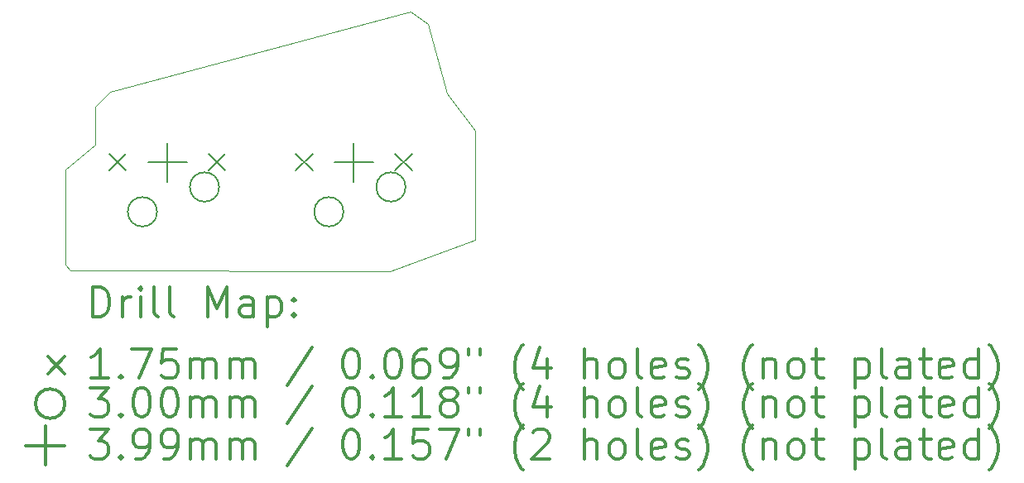
<source format=gbr>
%FSLAX45Y45*%
G04 Gerber Fmt 4.5, Leading zero omitted, Abs format (unit mm)*
G04 Created by KiCad (PCBNEW (5.1.4)-1) date 2023-06-17 18:33:44*
%MOMM*%
%LPD*%
G04 APERTURE LIST*
%ADD10C,0.050000*%
%ADD11C,0.200000*%
%ADD12C,0.300000*%
G04 APERTURE END LIST*
D10*
X12532750Y-35852116D02*
X9262855Y-35847530D01*
X9208529Y-35792053D02*
X9262855Y-35847530D01*
X9514138Y-34562556D02*
X9515320Y-34170437D01*
X9208919Y-34818850D02*
X9514138Y-34562556D01*
X13111744Y-34032786D02*
X12921139Y-33326217D01*
X12921139Y-33326217D02*
X12743842Y-33195619D01*
X13111744Y-34032786D02*
X13400615Y-34416131D01*
X12743842Y-33195619D02*
X9671144Y-34020338D01*
X9208529Y-35792053D02*
X9208919Y-34818850D01*
X13401145Y-35530132D02*
X13400615Y-34416131D01*
X9671144Y-34020338D02*
X9515320Y-34170437D01*
X13401145Y-35530132D02*
X12532750Y-35852116D01*
D11*
X9658105Y-34651506D02*
X9833105Y-34826506D01*
X9833105Y-34651506D02*
X9658105Y-34826506D01*
X10674105Y-34651506D02*
X10849105Y-34826506D01*
X10849105Y-34651506D02*
X10674105Y-34826506D01*
X11564500Y-34651506D02*
X11739500Y-34826506D01*
X11739500Y-34651506D02*
X11564500Y-34826506D01*
X12580500Y-34651506D02*
X12755500Y-34826506D01*
X12755500Y-34651506D02*
X12580500Y-34826506D01*
X10149605Y-35247006D02*
G75*
G03X10149605Y-35247006I-150000J0D01*
G01*
X10784605Y-34993006D02*
G75*
G03X10784605Y-34993006I-150000J0D01*
G01*
X12056000Y-35247006D02*
G75*
G03X12056000Y-35247006I-150000J0D01*
G01*
X12691000Y-34993006D02*
G75*
G03X12691000Y-34993006I-150000J0D01*
G01*
X10253605Y-34539616D02*
X10253605Y-34938396D01*
X10054215Y-34739006D02*
X10452995Y-34739006D01*
X12160000Y-34539616D02*
X12160000Y-34938396D01*
X11960610Y-34739006D02*
X12359390Y-34739006D01*
D12*
X9492457Y-36320330D02*
X9492457Y-36020330D01*
X9563886Y-36020330D01*
X9606743Y-36034616D01*
X9635314Y-36063188D01*
X9649600Y-36091759D01*
X9663886Y-36148902D01*
X9663886Y-36191759D01*
X9649600Y-36248902D01*
X9635314Y-36277473D01*
X9606743Y-36306045D01*
X9563886Y-36320330D01*
X9492457Y-36320330D01*
X9792457Y-36320330D02*
X9792457Y-36120330D01*
X9792457Y-36177473D02*
X9806743Y-36148902D01*
X9821029Y-36134616D01*
X9849600Y-36120330D01*
X9878172Y-36120330D01*
X9978172Y-36320330D02*
X9978172Y-36120330D01*
X9978172Y-36020330D02*
X9963886Y-36034616D01*
X9978172Y-36048902D01*
X9992457Y-36034616D01*
X9978172Y-36020330D01*
X9978172Y-36048902D01*
X10163886Y-36320330D02*
X10135314Y-36306045D01*
X10121029Y-36277473D01*
X10121029Y-36020330D01*
X10321029Y-36320330D02*
X10292457Y-36306045D01*
X10278172Y-36277473D01*
X10278172Y-36020330D01*
X10663886Y-36320330D02*
X10663886Y-36020330D01*
X10763886Y-36234616D01*
X10863886Y-36020330D01*
X10863886Y-36320330D01*
X11135314Y-36320330D02*
X11135314Y-36163188D01*
X11121029Y-36134616D01*
X11092457Y-36120330D01*
X11035314Y-36120330D01*
X11006743Y-36134616D01*
X11135314Y-36306045D02*
X11106743Y-36320330D01*
X11035314Y-36320330D01*
X11006743Y-36306045D01*
X10992457Y-36277473D01*
X10992457Y-36248902D01*
X11006743Y-36220330D01*
X11035314Y-36206045D01*
X11106743Y-36206045D01*
X11135314Y-36191759D01*
X11278171Y-36120330D02*
X11278171Y-36420330D01*
X11278171Y-36134616D02*
X11306743Y-36120330D01*
X11363886Y-36120330D01*
X11392457Y-36134616D01*
X11406743Y-36148902D01*
X11421029Y-36177473D01*
X11421029Y-36263188D01*
X11406743Y-36291759D01*
X11392457Y-36306045D01*
X11363886Y-36320330D01*
X11306743Y-36320330D01*
X11278171Y-36306045D01*
X11549600Y-36291759D02*
X11563886Y-36306045D01*
X11549600Y-36320330D01*
X11535314Y-36306045D01*
X11549600Y-36291759D01*
X11549600Y-36320330D01*
X11549600Y-36134616D02*
X11563886Y-36148902D01*
X11549600Y-36163188D01*
X11535314Y-36148902D01*
X11549600Y-36134616D01*
X11549600Y-36163188D01*
X9031029Y-36727116D02*
X9206029Y-36902116D01*
X9206029Y-36727116D02*
X9031029Y-36902116D01*
X9649600Y-36950330D02*
X9478172Y-36950330D01*
X9563886Y-36950330D02*
X9563886Y-36650330D01*
X9535314Y-36693188D01*
X9506743Y-36721759D01*
X9478172Y-36736045D01*
X9778172Y-36921759D02*
X9792457Y-36936045D01*
X9778172Y-36950330D01*
X9763886Y-36936045D01*
X9778172Y-36921759D01*
X9778172Y-36950330D01*
X9892457Y-36650330D02*
X10092457Y-36650330D01*
X9963886Y-36950330D01*
X10349600Y-36650330D02*
X10206743Y-36650330D01*
X10192457Y-36793188D01*
X10206743Y-36778902D01*
X10235314Y-36764616D01*
X10306743Y-36764616D01*
X10335314Y-36778902D01*
X10349600Y-36793188D01*
X10363886Y-36821759D01*
X10363886Y-36893188D01*
X10349600Y-36921759D01*
X10335314Y-36936045D01*
X10306743Y-36950330D01*
X10235314Y-36950330D01*
X10206743Y-36936045D01*
X10192457Y-36921759D01*
X10492457Y-36950330D02*
X10492457Y-36750330D01*
X10492457Y-36778902D02*
X10506743Y-36764616D01*
X10535314Y-36750330D01*
X10578172Y-36750330D01*
X10606743Y-36764616D01*
X10621029Y-36793188D01*
X10621029Y-36950330D01*
X10621029Y-36793188D02*
X10635314Y-36764616D01*
X10663886Y-36750330D01*
X10706743Y-36750330D01*
X10735314Y-36764616D01*
X10749600Y-36793188D01*
X10749600Y-36950330D01*
X10892457Y-36950330D02*
X10892457Y-36750330D01*
X10892457Y-36778902D02*
X10906743Y-36764616D01*
X10935314Y-36750330D01*
X10978172Y-36750330D01*
X11006743Y-36764616D01*
X11021029Y-36793188D01*
X11021029Y-36950330D01*
X11021029Y-36793188D02*
X11035314Y-36764616D01*
X11063886Y-36750330D01*
X11106743Y-36750330D01*
X11135314Y-36764616D01*
X11149600Y-36793188D01*
X11149600Y-36950330D01*
X11735314Y-36636045D02*
X11478171Y-37021759D01*
X12121029Y-36650330D02*
X12149600Y-36650330D01*
X12178171Y-36664616D01*
X12192457Y-36678902D01*
X12206743Y-36707473D01*
X12221029Y-36764616D01*
X12221029Y-36836045D01*
X12206743Y-36893188D01*
X12192457Y-36921759D01*
X12178171Y-36936045D01*
X12149600Y-36950330D01*
X12121029Y-36950330D01*
X12092457Y-36936045D01*
X12078171Y-36921759D01*
X12063886Y-36893188D01*
X12049600Y-36836045D01*
X12049600Y-36764616D01*
X12063886Y-36707473D01*
X12078171Y-36678902D01*
X12092457Y-36664616D01*
X12121029Y-36650330D01*
X12349600Y-36921759D02*
X12363886Y-36936045D01*
X12349600Y-36950330D01*
X12335314Y-36936045D01*
X12349600Y-36921759D01*
X12349600Y-36950330D01*
X12549600Y-36650330D02*
X12578171Y-36650330D01*
X12606743Y-36664616D01*
X12621029Y-36678902D01*
X12635314Y-36707473D01*
X12649600Y-36764616D01*
X12649600Y-36836045D01*
X12635314Y-36893188D01*
X12621029Y-36921759D01*
X12606743Y-36936045D01*
X12578171Y-36950330D01*
X12549600Y-36950330D01*
X12521029Y-36936045D01*
X12506743Y-36921759D01*
X12492457Y-36893188D01*
X12478171Y-36836045D01*
X12478171Y-36764616D01*
X12492457Y-36707473D01*
X12506743Y-36678902D01*
X12521029Y-36664616D01*
X12549600Y-36650330D01*
X12906743Y-36650330D02*
X12849600Y-36650330D01*
X12821029Y-36664616D01*
X12806743Y-36678902D01*
X12778171Y-36721759D01*
X12763886Y-36778902D01*
X12763886Y-36893188D01*
X12778171Y-36921759D01*
X12792457Y-36936045D01*
X12821029Y-36950330D01*
X12878171Y-36950330D01*
X12906743Y-36936045D01*
X12921029Y-36921759D01*
X12935314Y-36893188D01*
X12935314Y-36821759D01*
X12921029Y-36793188D01*
X12906743Y-36778902D01*
X12878171Y-36764616D01*
X12821029Y-36764616D01*
X12792457Y-36778902D01*
X12778171Y-36793188D01*
X12763886Y-36821759D01*
X13078171Y-36950330D02*
X13135314Y-36950330D01*
X13163886Y-36936045D01*
X13178171Y-36921759D01*
X13206743Y-36878902D01*
X13221029Y-36821759D01*
X13221029Y-36707473D01*
X13206743Y-36678902D01*
X13192457Y-36664616D01*
X13163886Y-36650330D01*
X13106743Y-36650330D01*
X13078171Y-36664616D01*
X13063886Y-36678902D01*
X13049600Y-36707473D01*
X13049600Y-36778902D01*
X13063886Y-36807473D01*
X13078171Y-36821759D01*
X13106743Y-36836045D01*
X13163886Y-36836045D01*
X13192457Y-36821759D01*
X13206743Y-36807473D01*
X13221029Y-36778902D01*
X13335314Y-36650330D02*
X13335314Y-36707473D01*
X13449600Y-36650330D02*
X13449600Y-36707473D01*
X13892457Y-37064616D02*
X13878171Y-37050330D01*
X13849600Y-37007473D01*
X13835314Y-36978902D01*
X13821029Y-36936045D01*
X13806743Y-36864616D01*
X13806743Y-36807473D01*
X13821029Y-36736045D01*
X13835314Y-36693188D01*
X13849600Y-36664616D01*
X13878171Y-36621759D01*
X13892457Y-36607473D01*
X14135314Y-36750330D02*
X14135314Y-36950330D01*
X14063886Y-36636045D02*
X13992457Y-36850330D01*
X14178171Y-36850330D01*
X14521029Y-36950330D02*
X14521029Y-36650330D01*
X14649600Y-36950330D02*
X14649600Y-36793188D01*
X14635314Y-36764616D01*
X14606743Y-36750330D01*
X14563886Y-36750330D01*
X14535314Y-36764616D01*
X14521029Y-36778902D01*
X14835314Y-36950330D02*
X14806743Y-36936045D01*
X14792457Y-36921759D01*
X14778171Y-36893188D01*
X14778171Y-36807473D01*
X14792457Y-36778902D01*
X14806743Y-36764616D01*
X14835314Y-36750330D01*
X14878171Y-36750330D01*
X14906743Y-36764616D01*
X14921029Y-36778902D01*
X14935314Y-36807473D01*
X14935314Y-36893188D01*
X14921029Y-36921759D01*
X14906743Y-36936045D01*
X14878171Y-36950330D01*
X14835314Y-36950330D01*
X15106743Y-36950330D02*
X15078171Y-36936045D01*
X15063886Y-36907473D01*
X15063886Y-36650330D01*
X15335314Y-36936045D02*
X15306743Y-36950330D01*
X15249600Y-36950330D01*
X15221029Y-36936045D01*
X15206743Y-36907473D01*
X15206743Y-36793188D01*
X15221029Y-36764616D01*
X15249600Y-36750330D01*
X15306743Y-36750330D01*
X15335314Y-36764616D01*
X15349600Y-36793188D01*
X15349600Y-36821759D01*
X15206743Y-36850330D01*
X15463886Y-36936045D02*
X15492457Y-36950330D01*
X15549600Y-36950330D01*
X15578171Y-36936045D01*
X15592457Y-36907473D01*
X15592457Y-36893188D01*
X15578171Y-36864616D01*
X15549600Y-36850330D01*
X15506743Y-36850330D01*
X15478171Y-36836045D01*
X15463886Y-36807473D01*
X15463886Y-36793188D01*
X15478171Y-36764616D01*
X15506743Y-36750330D01*
X15549600Y-36750330D01*
X15578171Y-36764616D01*
X15692457Y-37064616D02*
X15706743Y-37050330D01*
X15735314Y-37007473D01*
X15749600Y-36978902D01*
X15763886Y-36936045D01*
X15778171Y-36864616D01*
X15778171Y-36807473D01*
X15763886Y-36736045D01*
X15749600Y-36693188D01*
X15735314Y-36664616D01*
X15706743Y-36621759D01*
X15692457Y-36607473D01*
X16235314Y-37064616D02*
X16221029Y-37050330D01*
X16192457Y-37007473D01*
X16178171Y-36978902D01*
X16163886Y-36936045D01*
X16149600Y-36864616D01*
X16149600Y-36807473D01*
X16163886Y-36736045D01*
X16178171Y-36693188D01*
X16192457Y-36664616D01*
X16221029Y-36621759D01*
X16235314Y-36607473D01*
X16349600Y-36750330D02*
X16349600Y-36950330D01*
X16349600Y-36778902D02*
X16363886Y-36764616D01*
X16392457Y-36750330D01*
X16435314Y-36750330D01*
X16463886Y-36764616D01*
X16478171Y-36793188D01*
X16478171Y-36950330D01*
X16663886Y-36950330D02*
X16635314Y-36936045D01*
X16621029Y-36921759D01*
X16606743Y-36893188D01*
X16606743Y-36807473D01*
X16621029Y-36778902D01*
X16635314Y-36764616D01*
X16663886Y-36750330D01*
X16706743Y-36750330D01*
X16735314Y-36764616D01*
X16749600Y-36778902D01*
X16763886Y-36807473D01*
X16763886Y-36893188D01*
X16749600Y-36921759D01*
X16735314Y-36936045D01*
X16706743Y-36950330D01*
X16663886Y-36950330D01*
X16849600Y-36750330D02*
X16963886Y-36750330D01*
X16892457Y-36650330D02*
X16892457Y-36907473D01*
X16906743Y-36936045D01*
X16935314Y-36950330D01*
X16963886Y-36950330D01*
X17292457Y-36750330D02*
X17292457Y-37050330D01*
X17292457Y-36764616D02*
X17321029Y-36750330D01*
X17378172Y-36750330D01*
X17406743Y-36764616D01*
X17421029Y-36778902D01*
X17435314Y-36807473D01*
X17435314Y-36893188D01*
X17421029Y-36921759D01*
X17406743Y-36936045D01*
X17378172Y-36950330D01*
X17321029Y-36950330D01*
X17292457Y-36936045D01*
X17606743Y-36950330D02*
X17578172Y-36936045D01*
X17563886Y-36907473D01*
X17563886Y-36650330D01*
X17849600Y-36950330D02*
X17849600Y-36793188D01*
X17835314Y-36764616D01*
X17806743Y-36750330D01*
X17749600Y-36750330D01*
X17721029Y-36764616D01*
X17849600Y-36936045D02*
X17821029Y-36950330D01*
X17749600Y-36950330D01*
X17721029Y-36936045D01*
X17706743Y-36907473D01*
X17706743Y-36878902D01*
X17721029Y-36850330D01*
X17749600Y-36836045D01*
X17821029Y-36836045D01*
X17849600Y-36821759D01*
X17949600Y-36750330D02*
X18063886Y-36750330D01*
X17992457Y-36650330D02*
X17992457Y-36907473D01*
X18006743Y-36936045D01*
X18035314Y-36950330D01*
X18063886Y-36950330D01*
X18278172Y-36936045D02*
X18249600Y-36950330D01*
X18192457Y-36950330D01*
X18163886Y-36936045D01*
X18149600Y-36907473D01*
X18149600Y-36793188D01*
X18163886Y-36764616D01*
X18192457Y-36750330D01*
X18249600Y-36750330D01*
X18278172Y-36764616D01*
X18292457Y-36793188D01*
X18292457Y-36821759D01*
X18149600Y-36850330D01*
X18549600Y-36950330D02*
X18549600Y-36650330D01*
X18549600Y-36936045D02*
X18521029Y-36950330D01*
X18463886Y-36950330D01*
X18435314Y-36936045D01*
X18421029Y-36921759D01*
X18406743Y-36893188D01*
X18406743Y-36807473D01*
X18421029Y-36778902D01*
X18435314Y-36764616D01*
X18463886Y-36750330D01*
X18521029Y-36750330D01*
X18549600Y-36764616D01*
X18663886Y-37064616D02*
X18678172Y-37050330D01*
X18706743Y-37007473D01*
X18721029Y-36978902D01*
X18735314Y-36936045D01*
X18749600Y-36864616D01*
X18749600Y-36807473D01*
X18735314Y-36736045D01*
X18721029Y-36693188D01*
X18706743Y-36664616D01*
X18678172Y-36621759D01*
X18663886Y-36607473D01*
X9206029Y-37210616D02*
G75*
G03X9206029Y-37210616I-150000J0D01*
G01*
X9463886Y-37046330D02*
X9649600Y-37046330D01*
X9549600Y-37160616D01*
X9592457Y-37160616D01*
X9621029Y-37174902D01*
X9635314Y-37189188D01*
X9649600Y-37217759D01*
X9649600Y-37289188D01*
X9635314Y-37317759D01*
X9621029Y-37332045D01*
X9592457Y-37346330D01*
X9506743Y-37346330D01*
X9478172Y-37332045D01*
X9463886Y-37317759D01*
X9778172Y-37317759D02*
X9792457Y-37332045D01*
X9778172Y-37346330D01*
X9763886Y-37332045D01*
X9778172Y-37317759D01*
X9778172Y-37346330D01*
X9978172Y-37046330D02*
X10006743Y-37046330D01*
X10035314Y-37060616D01*
X10049600Y-37074902D01*
X10063886Y-37103473D01*
X10078172Y-37160616D01*
X10078172Y-37232045D01*
X10063886Y-37289188D01*
X10049600Y-37317759D01*
X10035314Y-37332045D01*
X10006743Y-37346330D01*
X9978172Y-37346330D01*
X9949600Y-37332045D01*
X9935314Y-37317759D01*
X9921029Y-37289188D01*
X9906743Y-37232045D01*
X9906743Y-37160616D01*
X9921029Y-37103473D01*
X9935314Y-37074902D01*
X9949600Y-37060616D01*
X9978172Y-37046330D01*
X10263886Y-37046330D02*
X10292457Y-37046330D01*
X10321029Y-37060616D01*
X10335314Y-37074902D01*
X10349600Y-37103473D01*
X10363886Y-37160616D01*
X10363886Y-37232045D01*
X10349600Y-37289188D01*
X10335314Y-37317759D01*
X10321029Y-37332045D01*
X10292457Y-37346330D01*
X10263886Y-37346330D01*
X10235314Y-37332045D01*
X10221029Y-37317759D01*
X10206743Y-37289188D01*
X10192457Y-37232045D01*
X10192457Y-37160616D01*
X10206743Y-37103473D01*
X10221029Y-37074902D01*
X10235314Y-37060616D01*
X10263886Y-37046330D01*
X10492457Y-37346330D02*
X10492457Y-37146330D01*
X10492457Y-37174902D02*
X10506743Y-37160616D01*
X10535314Y-37146330D01*
X10578172Y-37146330D01*
X10606743Y-37160616D01*
X10621029Y-37189188D01*
X10621029Y-37346330D01*
X10621029Y-37189188D02*
X10635314Y-37160616D01*
X10663886Y-37146330D01*
X10706743Y-37146330D01*
X10735314Y-37160616D01*
X10749600Y-37189188D01*
X10749600Y-37346330D01*
X10892457Y-37346330D02*
X10892457Y-37146330D01*
X10892457Y-37174902D02*
X10906743Y-37160616D01*
X10935314Y-37146330D01*
X10978172Y-37146330D01*
X11006743Y-37160616D01*
X11021029Y-37189188D01*
X11021029Y-37346330D01*
X11021029Y-37189188D02*
X11035314Y-37160616D01*
X11063886Y-37146330D01*
X11106743Y-37146330D01*
X11135314Y-37160616D01*
X11149600Y-37189188D01*
X11149600Y-37346330D01*
X11735314Y-37032045D02*
X11478171Y-37417759D01*
X12121029Y-37046330D02*
X12149600Y-37046330D01*
X12178171Y-37060616D01*
X12192457Y-37074902D01*
X12206743Y-37103473D01*
X12221029Y-37160616D01*
X12221029Y-37232045D01*
X12206743Y-37289188D01*
X12192457Y-37317759D01*
X12178171Y-37332045D01*
X12149600Y-37346330D01*
X12121029Y-37346330D01*
X12092457Y-37332045D01*
X12078171Y-37317759D01*
X12063886Y-37289188D01*
X12049600Y-37232045D01*
X12049600Y-37160616D01*
X12063886Y-37103473D01*
X12078171Y-37074902D01*
X12092457Y-37060616D01*
X12121029Y-37046330D01*
X12349600Y-37317759D02*
X12363886Y-37332045D01*
X12349600Y-37346330D01*
X12335314Y-37332045D01*
X12349600Y-37317759D01*
X12349600Y-37346330D01*
X12649600Y-37346330D02*
X12478171Y-37346330D01*
X12563886Y-37346330D02*
X12563886Y-37046330D01*
X12535314Y-37089188D01*
X12506743Y-37117759D01*
X12478171Y-37132045D01*
X12935314Y-37346330D02*
X12763886Y-37346330D01*
X12849600Y-37346330D02*
X12849600Y-37046330D01*
X12821029Y-37089188D01*
X12792457Y-37117759D01*
X12763886Y-37132045D01*
X13106743Y-37174902D02*
X13078171Y-37160616D01*
X13063886Y-37146330D01*
X13049600Y-37117759D01*
X13049600Y-37103473D01*
X13063886Y-37074902D01*
X13078171Y-37060616D01*
X13106743Y-37046330D01*
X13163886Y-37046330D01*
X13192457Y-37060616D01*
X13206743Y-37074902D01*
X13221029Y-37103473D01*
X13221029Y-37117759D01*
X13206743Y-37146330D01*
X13192457Y-37160616D01*
X13163886Y-37174902D01*
X13106743Y-37174902D01*
X13078171Y-37189188D01*
X13063886Y-37203473D01*
X13049600Y-37232045D01*
X13049600Y-37289188D01*
X13063886Y-37317759D01*
X13078171Y-37332045D01*
X13106743Y-37346330D01*
X13163886Y-37346330D01*
X13192457Y-37332045D01*
X13206743Y-37317759D01*
X13221029Y-37289188D01*
X13221029Y-37232045D01*
X13206743Y-37203473D01*
X13192457Y-37189188D01*
X13163886Y-37174902D01*
X13335314Y-37046330D02*
X13335314Y-37103473D01*
X13449600Y-37046330D02*
X13449600Y-37103473D01*
X13892457Y-37460616D02*
X13878171Y-37446330D01*
X13849600Y-37403473D01*
X13835314Y-37374902D01*
X13821029Y-37332045D01*
X13806743Y-37260616D01*
X13806743Y-37203473D01*
X13821029Y-37132045D01*
X13835314Y-37089188D01*
X13849600Y-37060616D01*
X13878171Y-37017759D01*
X13892457Y-37003473D01*
X14135314Y-37146330D02*
X14135314Y-37346330D01*
X14063886Y-37032045D02*
X13992457Y-37246330D01*
X14178171Y-37246330D01*
X14521029Y-37346330D02*
X14521029Y-37046330D01*
X14649600Y-37346330D02*
X14649600Y-37189188D01*
X14635314Y-37160616D01*
X14606743Y-37146330D01*
X14563886Y-37146330D01*
X14535314Y-37160616D01*
X14521029Y-37174902D01*
X14835314Y-37346330D02*
X14806743Y-37332045D01*
X14792457Y-37317759D01*
X14778171Y-37289188D01*
X14778171Y-37203473D01*
X14792457Y-37174902D01*
X14806743Y-37160616D01*
X14835314Y-37146330D01*
X14878171Y-37146330D01*
X14906743Y-37160616D01*
X14921029Y-37174902D01*
X14935314Y-37203473D01*
X14935314Y-37289188D01*
X14921029Y-37317759D01*
X14906743Y-37332045D01*
X14878171Y-37346330D01*
X14835314Y-37346330D01*
X15106743Y-37346330D02*
X15078171Y-37332045D01*
X15063886Y-37303473D01*
X15063886Y-37046330D01*
X15335314Y-37332045D02*
X15306743Y-37346330D01*
X15249600Y-37346330D01*
X15221029Y-37332045D01*
X15206743Y-37303473D01*
X15206743Y-37189188D01*
X15221029Y-37160616D01*
X15249600Y-37146330D01*
X15306743Y-37146330D01*
X15335314Y-37160616D01*
X15349600Y-37189188D01*
X15349600Y-37217759D01*
X15206743Y-37246330D01*
X15463886Y-37332045D02*
X15492457Y-37346330D01*
X15549600Y-37346330D01*
X15578171Y-37332045D01*
X15592457Y-37303473D01*
X15592457Y-37289188D01*
X15578171Y-37260616D01*
X15549600Y-37246330D01*
X15506743Y-37246330D01*
X15478171Y-37232045D01*
X15463886Y-37203473D01*
X15463886Y-37189188D01*
X15478171Y-37160616D01*
X15506743Y-37146330D01*
X15549600Y-37146330D01*
X15578171Y-37160616D01*
X15692457Y-37460616D02*
X15706743Y-37446330D01*
X15735314Y-37403473D01*
X15749600Y-37374902D01*
X15763886Y-37332045D01*
X15778171Y-37260616D01*
X15778171Y-37203473D01*
X15763886Y-37132045D01*
X15749600Y-37089188D01*
X15735314Y-37060616D01*
X15706743Y-37017759D01*
X15692457Y-37003473D01*
X16235314Y-37460616D02*
X16221029Y-37446330D01*
X16192457Y-37403473D01*
X16178171Y-37374902D01*
X16163886Y-37332045D01*
X16149600Y-37260616D01*
X16149600Y-37203473D01*
X16163886Y-37132045D01*
X16178171Y-37089188D01*
X16192457Y-37060616D01*
X16221029Y-37017759D01*
X16235314Y-37003473D01*
X16349600Y-37146330D02*
X16349600Y-37346330D01*
X16349600Y-37174902D02*
X16363886Y-37160616D01*
X16392457Y-37146330D01*
X16435314Y-37146330D01*
X16463886Y-37160616D01*
X16478171Y-37189188D01*
X16478171Y-37346330D01*
X16663886Y-37346330D02*
X16635314Y-37332045D01*
X16621029Y-37317759D01*
X16606743Y-37289188D01*
X16606743Y-37203473D01*
X16621029Y-37174902D01*
X16635314Y-37160616D01*
X16663886Y-37146330D01*
X16706743Y-37146330D01*
X16735314Y-37160616D01*
X16749600Y-37174902D01*
X16763886Y-37203473D01*
X16763886Y-37289188D01*
X16749600Y-37317759D01*
X16735314Y-37332045D01*
X16706743Y-37346330D01*
X16663886Y-37346330D01*
X16849600Y-37146330D02*
X16963886Y-37146330D01*
X16892457Y-37046330D02*
X16892457Y-37303473D01*
X16906743Y-37332045D01*
X16935314Y-37346330D01*
X16963886Y-37346330D01*
X17292457Y-37146330D02*
X17292457Y-37446330D01*
X17292457Y-37160616D02*
X17321029Y-37146330D01*
X17378172Y-37146330D01*
X17406743Y-37160616D01*
X17421029Y-37174902D01*
X17435314Y-37203473D01*
X17435314Y-37289188D01*
X17421029Y-37317759D01*
X17406743Y-37332045D01*
X17378172Y-37346330D01*
X17321029Y-37346330D01*
X17292457Y-37332045D01*
X17606743Y-37346330D02*
X17578172Y-37332045D01*
X17563886Y-37303473D01*
X17563886Y-37046330D01*
X17849600Y-37346330D02*
X17849600Y-37189188D01*
X17835314Y-37160616D01*
X17806743Y-37146330D01*
X17749600Y-37146330D01*
X17721029Y-37160616D01*
X17849600Y-37332045D02*
X17821029Y-37346330D01*
X17749600Y-37346330D01*
X17721029Y-37332045D01*
X17706743Y-37303473D01*
X17706743Y-37274902D01*
X17721029Y-37246330D01*
X17749600Y-37232045D01*
X17821029Y-37232045D01*
X17849600Y-37217759D01*
X17949600Y-37146330D02*
X18063886Y-37146330D01*
X17992457Y-37046330D02*
X17992457Y-37303473D01*
X18006743Y-37332045D01*
X18035314Y-37346330D01*
X18063886Y-37346330D01*
X18278172Y-37332045D02*
X18249600Y-37346330D01*
X18192457Y-37346330D01*
X18163886Y-37332045D01*
X18149600Y-37303473D01*
X18149600Y-37189188D01*
X18163886Y-37160616D01*
X18192457Y-37146330D01*
X18249600Y-37146330D01*
X18278172Y-37160616D01*
X18292457Y-37189188D01*
X18292457Y-37217759D01*
X18149600Y-37246330D01*
X18549600Y-37346330D02*
X18549600Y-37046330D01*
X18549600Y-37332045D02*
X18521029Y-37346330D01*
X18463886Y-37346330D01*
X18435314Y-37332045D01*
X18421029Y-37317759D01*
X18406743Y-37289188D01*
X18406743Y-37203473D01*
X18421029Y-37174902D01*
X18435314Y-37160616D01*
X18463886Y-37146330D01*
X18521029Y-37146330D01*
X18549600Y-37160616D01*
X18663886Y-37460616D02*
X18678172Y-37446330D01*
X18706743Y-37403473D01*
X18721029Y-37374902D01*
X18735314Y-37332045D01*
X18749600Y-37260616D01*
X18749600Y-37203473D01*
X18735314Y-37132045D01*
X18721029Y-37089188D01*
X18706743Y-37060616D01*
X18678172Y-37017759D01*
X18663886Y-37003473D01*
X9006639Y-37441226D02*
X9006639Y-37840006D01*
X8807249Y-37640616D02*
X9206029Y-37640616D01*
X9463886Y-37476330D02*
X9649600Y-37476330D01*
X9549600Y-37590616D01*
X9592457Y-37590616D01*
X9621029Y-37604902D01*
X9635314Y-37619188D01*
X9649600Y-37647759D01*
X9649600Y-37719188D01*
X9635314Y-37747759D01*
X9621029Y-37762045D01*
X9592457Y-37776330D01*
X9506743Y-37776330D01*
X9478172Y-37762045D01*
X9463886Y-37747759D01*
X9778172Y-37747759D02*
X9792457Y-37762045D01*
X9778172Y-37776330D01*
X9763886Y-37762045D01*
X9778172Y-37747759D01*
X9778172Y-37776330D01*
X9935314Y-37776330D02*
X9992457Y-37776330D01*
X10021029Y-37762045D01*
X10035314Y-37747759D01*
X10063886Y-37704902D01*
X10078172Y-37647759D01*
X10078172Y-37533473D01*
X10063886Y-37504902D01*
X10049600Y-37490616D01*
X10021029Y-37476330D01*
X9963886Y-37476330D01*
X9935314Y-37490616D01*
X9921029Y-37504902D01*
X9906743Y-37533473D01*
X9906743Y-37604902D01*
X9921029Y-37633473D01*
X9935314Y-37647759D01*
X9963886Y-37662045D01*
X10021029Y-37662045D01*
X10049600Y-37647759D01*
X10063886Y-37633473D01*
X10078172Y-37604902D01*
X10221029Y-37776330D02*
X10278172Y-37776330D01*
X10306743Y-37762045D01*
X10321029Y-37747759D01*
X10349600Y-37704902D01*
X10363886Y-37647759D01*
X10363886Y-37533473D01*
X10349600Y-37504902D01*
X10335314Y-37490616D01*
X10306743Y-37476330D01*
X10249600Y-37476330D01*
X10221029Y-37490616D01*
X10206743Y-37504902D01*
X10192457Y-37533473D01*
X10192457Y-37604902D01*
X10206743Y-37633473D01*
X10221029Y-37647759D01*
X10249600Y-37662045D01*
X10306743Y-37662045D01*
X10335314Y-37647759D01*
X10349600Y-37633473D01*
X10363886Y-37604902D01*
X10492457Y-37776330D02*
X10492457Y-37576330D01*
X10492457Y-37604902D02*
X10506743Y-37590616D01*
X10535314Y-37576330D01*
X10578172Y-37576330D01*
X10606743Y-37590616D01*
X10621029Y-37619188D01*
X10621029Y-37776330D01*
X10621029Y-37619188D02*
X10635314Y-37590616D01*
X10663886Y-37576330D01*
X10706743Y-37576330D01*
X10735314Y-37590616D01*
X10749600Y-37619188D01*
X10749600Y-37776330D01*
X10892457Y-37776330D02*
X10892457Y-37576330D01*
X10892457Y-37604902D02*
X10906743Y-37590616D01*
X10935314Y-37576330D01*
X10978172Y-37576330D01*
X11006743Y-37590616D01*
X11021029Y-37619188D01*
X11021029Y-37776330D01*
X11021029Y-37619188D02*
X11035314Y-37590616D01*
X11063886Y-37576330D01*
X11106743Y-37576330D01*
X11135314Y-37590616D01*
X11149600Y-37619188D01*
X11149600Y-37776330D01*
X11735314Y-37462045D02*
X11478171Y-37847759D01*
X12121029Y-37476330D02*
X12149600Y-37476330D01*
X12178171Y-37490616D01*
X12192457Y-37504902D01*
X12206743Y-37533473D01*
X12221029Y-37590616D01*
X12221029Y-37662045D01*
X12206743Y-37719188D01*
X12192457Y-37747759D01*
X12178171Y-37762045D01*
X12149600Y-37776330D01*
X12121029Y-37776330D01*
X12092457Y-37762045D01*
X12078171Y-37747759D01*
X12063886Y-37719188D01*
X12049600Y-37662045D01*
X12049600Y-37590616D01*
X12063886Y-37533473D01*
X12078171Y-37504902D01*
X12092457Y-37490616D01*
X12121029Y-37476330D01*
X12349600Y-37747759D02*
X12363886Y-37762045D01*
X12349600Y-37776330D01*
X12335314Y-37762045D01*
X12349600Y-37747759D01*
X12349600Y-37776330D01*
X12649600Y-37776330D02*
X12478171Y-37776330D01*
X12563886Y-37776330D02*
X12563886Y-37476330D01*
X12535314Y-37519188D01*
X12506743Y-37547759D01*
X12478171Y-37562045D01*
X12921029Y-37476330D02*
X12778171Y-37476330D01*
X12763886Y-37619188D01*
X12778171Y-37604902D01*
X12806743Y-37590616D01*
X12878171Y-37590616D01*
X12906743Y-37604902D01*
X12921029Y-37619188D01*
X12935314Y-37647759D01*
X12935314Y-37719188D01*
X12921029Y-37747759D01*
X12906743Y-37762045D01*
X12878171Y-37776330D01*
X12806743Y-37776330D01*
X12778171Y-37762045D01*
X12763886Y-37747759D01*
X13035314Y-37476330D02*
X13235314Y-37476330D01*
X13106743Y-37776330D01*
X13335314Y-37476330D02*
X13335314Y-37533473D01*
X13449600Y-37476330D02*
X13449600Y-37533473D01*
X13892457Y-37890616D02*
X13878171Y-37876330D01*
X13849600Y-37833473D01*
X13835314Y-37804902D01*
X13821029Y-37762045D01*
X13806743Y-37690616D01*
X13806743Y-37633473D01*
X13821029Y-37562045D01*
X13835314Y-37519188D01*
X13849600Y-37490616D01*
X13878171Y-37447759D01*
X13892457Y-37433473D01*
X13992457Y-37504902D02*
X14006743Y-37490616D01*
X14035314Y-37476330D01*
X14106743Y-37476330D01*
X14135314Y-37490616D01*
X14149600Y-37504902D01*
X14163886Y-37533473D01*
X14163886Y-37562045D01*
X14149600Y-37604902D01*
X13978171Y-37776330D01*
X14163886Y-37776330D01*
X14521029Y-37776330D02*
X14521029Y-37476330D01*
X14649600Y-37776330D02*
X14649600Y-37619188D01*
X14635314Y-37590616D01*
X14606743Y-37576330D01*
X14563886Y-37576330D01*
X14535314Y-37590616D01*
X14521029Y-37604902D01*
X14835314Y-37776330D02*
X14806743Y-37762045D01*
X14792457Y-37747759D01*
X14778171Y-37719188D01*
X14778171Y-37633473D01*
X14792457Y-37604902D01*
X14806743Y-37590616D01*
X14835314Y-37576330D01*
X14878171Y-37576330D01*
X14906743Y-37590616D01*
X14921029Y-37604902D01*
X14935314Y-37633473D01*
X14935314Y-37719188D01*
X14921029Y-37747759D01*
X14906743Y-37762045D01*
X14878171Y-37776330D01*
X14835314Y-37776330D01*
X15106743Y-37776330D02*
X15078171Y-37762045D01*
X15063886Y-37733473D01*
X15063886Y-37476330D01*
X15335314Y-37762045D02*
X15306743Y-37776330D01*
X15249600Y-37776330D01*
X15221029Y-37762045D01*
X15206743Y-37733473D01*
X15206743Y-37619188D01*
X15221029Y-37590616D01*
X15249600Y-37576330D01*
X15306743Y-37576330D01*
X15335314Y-37590616D01*
X15349600Y-37619188D01*
X15349600Y-37647759D01*
X15206743Y-37676330D01*
X15463886Y-37762045D02*
X15492457Y-37776330D01*
X15549600Y-37776330D01*
X15578171Y-37762045D01*
X15592457Y-37733473D01*
X15592457Y-37719188D01*
X15578171Y-37690616D01*
X15549600Y-37676330D01*
X15506743Y-37676330D01*
X15478171Y-37662045D01*
X15463886Y-37633473D01*
X15463886Y-37619188D01*
X15478171Y-37590616D01*
X15506743Y-37576330D01*
X15549600Y-37576330D01*
X15578171Y-37590616D01*
X15692457Y-37890616D02*
X15706743Y-37876330D01*
X15735314Y-37833473D01*
X15749600Y-37804902D01*
X15763886Y-37762045D01*
X15778171Y-37690616D01*
X15778171Y-37633473D01*
X15763886Y-37562045D01*
X15749600Y-37519188D01*
X15735314Y-37490616D01*
X15706743Y-37447759D01*
X15692457Y-37433473D01*
X16235314Y-37890616D02*
X16221029Y-37876330D01*
X16192457Y-37833473D01*
X16178171Y-37804902D01*
X16163886Y-37762045D01*
X16149600Y-37690616D01*
X16149600Y-37633473D01*
X16163886Y-37562045D01*
X16178171Y-37519188D01*
X16192457Y-37490616D01*
X16221029Y-37447759D01*
X16235314Y-37433473D01*
X16349600Y-37576330D02*
X16349600Y-37776330D01*
X16349600Y-37604902D02*
X16363886Y-37590616D01*
X16392457Y-37576330D01*
X16435314Y-37576330D01*
X16463886Y-37590616D01*
X16478171Y-37619188D01*
X16478171Y-37776330D01*
X16663886Y-37776330D02*
X16635314Y-37762045D01*
X16621029Y-37747759D01*
X16606743Y-37719188D01*
X16606743Y-37633473D01*
X16621029Y-37604902D01*
X16635314Y-37590616D01*
X16663886Y-37576330D01*
X16706743Y-37576330D01*
X16735314Y-37590616D01*
X16749600Y-37604902D01*
X16763886Y-37633473D01*
X16763886Y-37719188D01*
X16749600Y-37747759D01*
X16735314Y-37762045D01*
X16706743Y-37776330D01*
X16663886Y-37776330D01*
X16849600Y-37576330D02*
X16963886Y-37576330D01*
X16892457Y-37476330D02*
X16892457Y-37733473D01*
X16906743Y-37762045D01*
X16935314Y-37776330D01*
X16963886Y-37776330D01*
X17292457Y-37576330D02*
X17292457Y-37876330D01*
X17292457Y-37590616D02*
X17321029Y-37576330D01*
X17378172Y-37576330D01*
X17406743Y-37590616D01*
X17421029Y-37604902D01*
X17435314Y-37633473D01*
X17435314Y-37719188D01*
X17421029Y-37747759D01*
X17406743Y-37762045D01*
X17378172Y-37776330D01*
X17321029Y-37776330D01*
X17292457Y-37762045D01*
X17606743Y-37776330D02*
X17578172Y-37762045D01*
X17563886Y-37733473D01*
X17563886Y-37476330D01*
X17849600Y-37776330D02*
X17849600Y-37619188D01*
X17835314Y-37590616D01*
X17806743Y-37576330D01*
X17749600Y-37576330D01*
X17721029Y-37590616D01*
X17849600Y-37762045D02*
X17821029Y-37776330D01*
X17749600Y-37776330D01*
X17721029Y-37762045D01*
X17706743Y-37733473D01*
X17706743Y-37704902D01*
X17721029Y-37676330D01*
X17749600Y-37662045D01*
X17821029Y-37662045D01*
X17849600Y-37647759D01*
X17949600Y-37576330D02*
X18063886Y-37576330D01*
X17992457Y-37476330D02*
X17992457Y-37733473D01*
X18006743Y-37762045D01*
X18035314Y-37776330D01*
X18063886Y-37776330D01*
X18278172Y-37762045D02*
X18249600Y-37776330D01*
X18192457Y-37776330D01*
X18163886Y-37762045D01*
X18149600Y-37733473D01*
X18149600Y-37619188D01*
X18163886Y-37590616D01*
X18192457Y-37576330D01*
X18249600Y-37576330D01*
X18278172Y-37590616D01*
X18292457Y-37619188D01*
X18292457Y-37647759D01*
X18149600Y-37676330D01*
X18549600Y-37776330D02*
X18549600Y-37476330D01*
X18549600Y-37762045D02*
X18521029Y-37776330D01*
X18463886Y-37776330D01*
X18435314Y-37762045D01*
X18421029Y-37747759D01*
X18406743Y-37719188D01*
X18406743Y-37633473D01*
X18421029Y-37604902D01*
X18435314Y-37590616D01*
X18463886Y-37576330D01*
X18521029Y-37576330D01*
X18549600Y-37590616D01*
X18663886Y-37890616D02*
X18678172Y-37876330D01*
X18706743Y-37833473D01*
X18721029Y-37804902D01*
X18735314Y-37762045D01*
X18749600Y-37690616D01*
X18749600Y-37633473D01*
X18735314Y-37562045D01*
X18721029Y-37519188D01*
X18706743Y-37490616D01*
X18678172Y-37447759D01*
X18663886Y-37433473D01*
M02*

</source>
